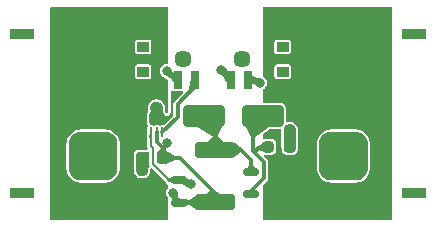
<source format=gtl>
G04 #@! TF.GenerationSoftware,KiCad,Pcbnew,8.0.1*
G04 #@! TF.CreationDate,2025-04-04T09:34:18-04:00*
G04 #@! TF.ProjectId,LVC_Custom,4c56435f-4375-4737-946f-6d2e6b696361,rev?*
G04 #@! TF.SameCoordinates,Original*
G04 #@! TF.FileFunction,Copper,L1,Top*
G04 #@! TF.FilePolarity,Positive*
%FSLAX46Y46*%
G04 Gerber Fmt 4.6, Leading zero omitted, Abs format (unit mm)*
G04 Created by KiCad (PCBNEW 8.0.1) date 2025-04-04 09:34:18*
%MOMM*%
%LPD*%
G01*
G04 APERTURE LIST*
G04 Aperture macros list*
%AMRoundRect*
0 Rectangle with rounded corners*
0 $1 Rounding radius*
0 $2 $3 $4 $5 $6 $7 $8 $9 X,Y pos of 4 corners*
0 Add a 4 corners polygon primitive as box body*
4,1,4,$2,$3,$4,$5,$6,$7,$8,$9,$2,$3,0*
0 Add four circle primitives for the rounded corners*
1,1,$1+$1,$2,$3*
1,1,$1+$1,$4,$5*
1,1,$1+$1,$6,$7*
1,1,$1+$1,$8,$9*
0 Add four rect primitives between the rounded corners*
20,1,$1+$1,$2,$3,$4,$5,0*
20,1,$1+$1,$4,$5,$6,$7,0*
20,1,$1+$1,$6,$7,$8,$9,0*
20,1,$1+$1,$8,$9,$2,$3,0*%
G04 Aperture macros list end*
G04 #@! TA.AperFunction,SMDPad,CuDef*
%ADD10RoundRect,0.150000X-0.512500X-0.150000X0.512500X-0.150000X0.512500X0.150000X-0.512500X0.150000X0*%
G04 #@! TD*
G04 #@! TA.AperFunction,SMDPad,CuDef*
%ADD11R,0.711200X1.498600*%
G04 #@! TD*
G04 #@! TA.AperFunction,SMDPad,CuDef*
%ADD12R,0.990600X0.812800*%
G04 #@! TD*
G04 #@! TA.AperFunction,ComponentPad*
%ADD13C,1.447800*%
G04 #@! TD*
G04 #@! TA.AperFunction,SMDPad,CuDef*
%ADD14RoundRect,0.062500X0.062500X-0.325000X0.062500X0.325000X-0.062500X0.325000X-0.062500X-0.325000X0*%
G04 #@! TD*
G04 #@! TA.AperFunction,SMDPad,CuDef*
%ADD15RoundRect,0.250000X0.400000X-0.250000X0.400000X0.250000X-0.400000X0.250000X-0.400000X-0.250000X0*%
G04 #@! TD*
G04 #@! TA.AperFunction,SMDPad,CuDef*
%ADD16RoundRect,0.250000X-1.450000X0.400000X-1.450000X-0.400000X1.450000X-0.400000X1.450000X0.400000X0*%
G04 #@! TD*
G04 #@! TA.AperFunction,SMDPad,CuDef*
%ADD17RoundRect,0.150000X0.512500X0.150000X-0.512500X0.150000X-0.512500X-0.150000X0.512500X-0.150000X0*%
G04 #@! TD*
G04 #@! TA.AperFunction,SMDPad,CuDef*
%ADD18RoundRect,0.250000X-1.500000X-0.650000X1.500000X-0.650000X1.500000X0.650000X-1.500000X0.650000X0*%
G04 #@! TD*
G04 #@! TA.AperFunction,SMDPad,CuDef*
%ADD19RoundRect,0.237500X0.250000X0.237500X-0.250000X0.237500X-0.250000X-0.237500X0.250000X-0.237500X0*%
G04 #@! TD*
G04 #@! TA.AperFunction,SMDPad,CuDef*
%ADD20RoundRect,0.237500X-0.300000X-0.237500X0.300000X-0.237500X0.300000X0.237500X-0.300000X0.237500X0*%
G04 #@! TD*
G04 #@! TA.AperFunction,ComponentPad*
%ADD21R,2.000000X0.900000*%
G04 #@! TD*
G04 #@! TA.AperFunction,ComponentPad*
%ADD22RoundRect,1.025000X-1.025000X1.025000X-1.025000X-1.025000X1.025000X-1.025000X1.025000X1.025000X0*%
G04 #@! TD*
G04 #@! TA.AperFunction,ComponentPad*
%ADD23C,4.100000*%
G04 #@! TD*
G04 #@! TA.AperFunction,ComponentPad*
%ADD24RoundRect,1.025000X1.025000X-1.025000X1.025000X1.025000X-1.025000X1.025000X-1.025000X-1.025000X0*%
G04 #@! TD*
G04 #@! TA.AperFunction,ViaPad*
%ADD25C,0.800000*%
G04 #@! TD*
G04 #@! TA.AperFunction,Conductor*
%ADD26C,1.000000*%
G04 #@! TD*
G04 #@! TA.AperFunction,Conductor*
%ADD27C,0.300000*%
G04 #@! TD*
G04 #@! TA.AperFunction,Conductor*
%ADD28C,0.200000*%
G04 #@! TD*
G04 APERTURE END LIST*
D10*
X146025000Y-118950000D03*
X146025000Y-120850000D03*
X148300000Y-119900000D03*
D11*
X145799999Y-111151900D03*
X144300000Y-111151900D03*
X141300000Y-111151900D03*
X139800001Y-111151900D03*
D12*
X148699998Y-110451899D03*
X136900002Y-110451899D03*
X148699998Y-108351900D03*
X136900002Y-108351900D03*
D13*
X145300000Y-109401840D03*
X140300000Y-109401840D03*
D14*
X137525000Y-115583900D03*
X138025000Y-115583900D03*
X138525000Y-115583900D03*
D15*
X138025000Y-114421400D03*
D16*
X143000000Y-117075000D03*
X143000000Y-121525000D03*
D17*
X139937500Y-121550000D03*
X139937500Y-119650000D03*
X137662500Y-120600000D03*
D18*
X142000000Y-114200000D03*
X147000000Y-114200000D03*
D19*
X149300000Y-116800000D03*
X147475000Y-116800000D03*
D20*
X136837500Y-117750000D03*
X138562500Y-117750000D03*
D21*
X126650000Y-107250000D03*
X126650000Y-120750000D03*
D22*
X132650000Y-117600000D03*
D23*
X132650000Y-110400000D03*
D21*
X159850000Y-120750000D03*
X159850000Y-107250000D03*
D24*
X153850000Y-117600000D03*
D23*
X153850000Y-110400000D03*
D25*
X149300000Y-115400000D03*
X138000000Y-113500000D03*
X136800000Y-118800000D03*
X138900000Y-110400000D03*
X139400000Y-120700000D03*
X138900000Y-116500000D03*
X143500000Y-110300000D03*
X146800000Y-111400000D03*
X140900000Y-120000000D03*
D26*
X138025000Y-114421400D02*
X138025000Y-113525000D01*
X136800000Y-118800000D02*
X136800000Y-117787500D01*
X136800000Y-117787500D02*
X136837500Y-117750000D01*
X149300000Y-115400000D02*
X149300000Y-116800000D01*
X138025000Y-113525000D02*
X138000000Y-113500000D01*
D27*
X139651900Y-111151900D02*
X139800001Y-111151900D01*
X138900000Y-110400000D02*
X139651900Y-111151900D01*
X138025000Y-115583900D02*
X138025000Y-116375000D01*
X140000000Y-117750000D02*
X143000000Y-120750000D01*
X138025000Y-116375000D02*
X138600000Y-116950000D01*
X138562500Y-117750000D02*
X140000000Y-117750000D01*
X139400000Y-120700000D02*
X139400000Y-121012500D01*
X138600000Y-117712500D02*
X138562500Y-117750000D01*
X139962500Y-121525000D02*
X143000000Y-121525000D01*
X138900000Y-116650000D02*
X138600000Y-116950000D01*
X139400000Y-121012500D02*
X139937500Y-121550000D01*
X138600000Y-116950000D02*
X138600000Y-117712500D01*
X143000000Y-120750000D02*
X143000000Y-121525000D01*
X138900000Y-116500000D02*
X138900000Y-116650000D01*
X139937500Y-121550000D02*
X139962500Y-121525000D01*
X143000000Y-115200000D02*
X142000000Y-114200000D01*
X145200000Y-117075000D02*
X143000000Y-117075000D01*
X146025000Y-117900000D02*
X146025000Y-118950000D01*
X146025000Y-117900000D02*
X145200000Y-117075000D01*
X143000000Y-117075000D02*
X143000000Y-115200000D01*
X146200000Y-117200000D02*
X146200000Y-115000000D01*
X146200000Y-115000000D02*
X147000000Y-114200000D01*
X147100000Y-119500000D02*
X147100000Y-118100000D01*
X146800000Y-116800000D02*
X147475000Y-116800000D01*
X146300000Y-117300000D02*
X146800000Y-116800000D01*
X146025000Y-120575000D02*
X147100000Y-119500000D01*
X146025000Y-120850000D02*
X146025000Y-120575000D01*
X147100000Y-118100000D02*
X146300000Y-117300000D01*
X146300000Y-117300000D02*
X146200000Y-117200000D01*
X143500000Y-110300000D02*
X143500000Y-110351900D01*
X143500000Y-110351900D02*
X144300000Y-111151900D01*
X146551900Y-111151900D02*
X146800000Y-111400000D01*
X145799999Y-111151900D02*
X146551900Y-111151900D01*
X140900000Y-120000000D02*
X140550000Y-119650000D01*
D28*
X137525000Y-116775000D02*
X137525000Y-115583900D01*
X137693784Y-116943784D02*
X137525000Y-116775000D01*
D27*
X139937500Y-119650000D02*
X139087568Y-119650000D01*
D28*
X137693784Y-118256216D02*
X137693784Y-116943784D01*
X139087568Y-119650000D02*
X137693784Y-118256216D01*
D27*
X140550000Y-119650000D02*
X139937500Y-119650000D01*
X139800000Y-114308900D02*
X138525000Y-115583900D01*
X139800000Y-113200000D02*
X139800000Y-114308900D01*
X141300000Y-111151900D02*
X141300000Y-111700000D01*
X141300000Y-111700000D02*
X139800000Y-113200000D01*
G04 #@! TA.AperFunction,Conductor*
G36*
X138959191Y-105018907D02*
G01*
X138995155Y-105068407D01*
X139000000Y-105099000D01*
X139000000Y-109695318D01*
X138981093Y-109753509D01*
X138931593Y-109789473D01*
X138906431Y-109793457D01*
X138906433Y-109793471D01*
X138905930Y-109793537D01*
X138901000Y-109794318D01*
X138899999Y-109794318D01*
X138743241Y-109814955D01*
X138743233Y-109814957D01*
X138597161Y-109875462D01*
X138597160Y-109875462D01*
X138471723Y-109971713D01*
X138471713Y-109971723D01*
X138375462Y-110097160D01*
X138375462Y-110097161D01*
X138314957Y-110243233D01*
X138314955Y-110243241D01*
X138294318Y-110399999D01*
X138294318Y-110400000D01*
X138314955Y-110556758D01*
X138314957Y-110556766D01*
X138375462Y-110702838D01*
X138375462Y-110702839D01*
X138375464Y-110702841D01*
X138471718Y-110828282D01*
X138471722Y-110828285D01*
X138471723Y-110828286D01*
X138597157Y-110924535D01*
X138597158Y-110924535D01*
X138597159Y-110924536D01*
X138613350Y-110931242D01*
X138637621Y-110941296D01*
X138660009Y-110954222D01*
X138665828Y-110958688D01*
X138944793Y-111096282D01*
X138988617Y-111138979D01*
X139000000Y-111185069D01*
X139000000Y-113890992D01*
X138981093Y-113949183D01*
X138931593Y-113985147D01*
X138870407Y-113985147D01*
X138821345Y-113949780D01*
X138744845Y-113846126D01*
X138725503Y-113788078D01*
X138725500Y-113787338D01*
X138725500Y-113456008D01*
X138725499Y-113456004D01*
X138698580Y-113320672D01*
X138645775Y-113193189D01*
X138645774Y-113193187D01*
X138645771Y-113193182D01*
X138569114Y-113078458D01*
X138540156Y-113049500D01*
X138540156Y-113049499D01*
X138540155Y-113049499D01*
X138446548Y-112955891D01*
X138446547Y-112955890D01*
X138446543Y-112955886D01*
X138331811Y-112879225D01*
X138331812Y-112879225D01*
X138331810Y-112879224D01*
X138204328Y-112826420D01*
X138068996Y-112799500D01*
X138068994Y-112799500D01*
X137931006Y-112799500D01*
X137931003Y-112799500D01*
X137795672Y-112826420D01*
X137795670Y-112826420D01*
X137668191Y-112879223D01*
X137553460Y-112955883D01*
X137455883Y-113053460D01*
X137379223Y-113168191D01*
X137326420Y-113295670D01*
X137326420Y-113295672D01*
X137299500Y-113431003D01*
X137299500Y-113568996D01*
X137322598Y-113685113D01*
X137324500Y-113704427D01*
X137324500Y-113787338D01*
X137305593Y-113845529D01*
X137305155Y-113846126D01*
X137222207Y-113958516D01*
X137177355Y-114086696D01*
X137177353Y-114086705D01*
X137174500Y-114117125D01*
X137174500Y-114725674D01*
X137177353Y-114756094D01*
X137177355Y-114756103D01*
X137222206Y-114884281D01*
X137272384Y-114952270D01*
X137291725Y-115010318D01*
X137275044Y-115066058D01*
X137214762Y-115156277D01*
X137214759Y-115156286D01*
X137199501Y-115232988D01*
X137199500Y-115233000D01*
X137199500Y-115859873D01*
X137197171Y-115879082D01*
X137197514Y-115879145D01*
X137196966Y-115882170D01*
X137196293Y-115887906D01*
X137196695Y-115938999D01*
X137196695Y-115939006D01*
X137196696Y-115939009D01*
X137200530Y-115967761D01*
X137219949Y-116113406D01*
X137219950Y-116113409D01*
X137220201Y-116114232D01*
X137220356Y-116115277D01*
X137220808Y-116117352D01*
X137220670Y-116117381D01*
X137224500Y-116143088D01*
X137224500Y-116814564D01*
X137244978Y-116890988D01*
X137258267Y-116914004D01*
X137258268Y-116914007D01*
X137265193Y-116926002D01*
X137277913Y-116985850D01*
X137253026Y-117041745D01*
X137200037Y-117072337D01*
X137179456Y-117074500D01*
X137041928Y-117074500D01*
X137022614Y-117072598D01*
X136906496Y-117049500D01*
X136906494Y-117049500D01*
X136768506Y-117049500D01*
X136768503Y-117049500D01*
X136652386Y-117072598D01*
X136633072Y-117074500D01*
X136484733Y-117074500D01*
X136455155Y-117077274D01*
X136455147Y-117077276D01*
X136330523Y-117120884D01*
X136224293Y-117199285D01*
X136224285Y-117199293D01*
X136145884Y-117305523D01*
X136102276Y-117430147D01*
X136102274Y-117430155D01*
X136099500Y-117459733D01*
X136099500Y-118868995D01*
X136126420Y-119004327D01*
X136126420Y-119004329D01*
X136179222Y-119131806D01*
X136179228Y-119131817D01*
X136255885Y-119246541D01*
X136353458Y-119344114D01*
X136468182Y-119420771D01*
X136468193Y-119420777D01*
X136502019Y-119434788D01*
X136595672Y-119473580D01*
X136731007Y-119500500D01*
X136731008Y-119500500D01*
X136868992Y-119500500D01*
X136868993Y-119500500D01*
X137004328Y-119473580D01*
X137131811Y-119420775D01*
X137246542Y-119344114D01*
X137344114Y-119246542D01*
X137420775Y-119131811D01*
X137473580Y-119004328D01*
X137500500Y-118868993D01*
X137500500Y-118726911D01*
X137519407Y-118668720D01*
X137568907Y-118632756D01*
X137630093Y-118632756D01*
X137669504Y-118656907D01*
X138728679Y-119716082D01*
X138754301Y-119760461D01*
X138760954Y-119785288D01*
X138792717Y-119840303D01*
X138807099Y-119865212D01*
X138872356Y-119930469D01*
X138872358Y-119930470D01*
X138950501Y-119975587D01*
X138991441Y-120021057D01*
X139000000Y-120061323D01*
X139000000Y-120202429D01*
X138981093Y-120260620D01*
X138972630Y-120270528D01*
X138875462Y-120397160D01*
X138875462Y-120397161D01*
X138814957Y-120543233D01*
X138814955Y-120543241D01*
X138794318Y-120699999D01*
X138794318Y-120700000D01*
X138814955Y-120856758D01*
X138814957Y-120856766D01*
X138875462Y-121002838D01*
X138875462Y-121002839D01*
X138975668Y-121133430D01*
X138974462Y-121134354D01*
X138998781Y-121182084D01*
X139000000Y-121197571D01*
X139000000Y-122901000D01*
X138981093Y-122959191D01*
X138931593Y-122995155D01*
X138901000Y-123000000D01*
X129099000Y-123000000D01*
X129040809Y-122981093D01*
X129004845Y-122931593D01*
X129000000Y-122901000D01*
X129000000Y-118687926D01*
X130399500Y-118687926D01*
X130409696Y-118817487D01*
X130463594Y-119031389D01*
X130463597Y-119031396D01*
X130554819Y-119232230D01*
X130554824Y-119232240D01*
X130680446Y-119413563D01*
X130680449Y-119413567D01*
X130836433Y-119569551D01*
X130836436Y-119569553D01*
X131017759Y-119695175D01*
X131017769Y-119695180D01*
X131063787Y-119716082D01*
X131218607Y-119786404D01*
X131218608Y-119786404D01*
X131218610Y-119786405D01*
X131325561Y-119813354D01*
X131432515Y-119840304D01*
X131562067Y-119850500D01*
X133737932Y-119850499D01*
X133867485Y-119840304D01*
X134081393Y-119786404D01*
X134282239Y-119695176D01*
X134463567Y-119569551D01*
X134619551Y-119413567D01*
X134745176Y-119232239D01*
X134836404Y-119031393D01*
X134890304Y-118817485D01*
X134900500Y-118687933D01*
X134900499Y-116512068D01*
X134890304Y-116382515D01*
X134863354Y-116275561D01*
X134836405Y-116168610D01*
X134836402Y-116168603D01*
X134834626Y-116164694D01*
X134745176Y-115967761D01*
X134725256Y-115939009D01*
X134619553Y-115786436D01*
X134619551Y-115786433D01*
X134463567Y-115630449D01*
X134463563Y-115630446D01*
X134282240Y-115504824D01*
X134282230Y-115504819D01*
X134081396Y-115413597D01*
X134081389Y-115413594D01*
X133867487Y-115359696D01*
X133838695Y-115357430D01*
X133737933Y-115349500D01*
X133737926Y-115349500D01*
X131562073Y-115349500D01*
X131432512Y-115359696D01*
X131218610Y-115413594D01*
X131218603Y-115413597D01*
X131017769Y-115504819D01*
X131017759Y-115504824D01*
X130836436Y-115630446D01*
X130680446Y-115786436D01*
X130554824Y-115967759D01*
X130554819Y-115967769D01*
X130463597Y-116168603D01*
X130463594Y-116168610D01*
X130409696Y-116382512D01*
X130399500Y-116512073D01*
X130399500Y-118687926D01*
X129000000Y-118687926D01*
X129000000Y-110878045D01*
X136204202Y-110878045D01*
X136204203Y-110878057D01*
X136215834Y-110936526D01*
X136215836Y-110936532D01*
X136260147Y-111002847D01*
X136260150Y-111002851D01*
X136326471Y-111047166D01*
X136370933Y-111056010D01*
X136384943Y-111058797D01*
X136384948Y-111058797D01*
X136384954Y-111058799D01*
X136384955Y-111058799D01*
X137415049Y-111058799D01*
X137415050Y-111058799D01*
X137473533Y-111047166D01*
X137539854Y-111002851D01*
X137584169Y-110936530D01*
X137595802Y-110878047D01*
X137595802Y-110025751D01*
X137584169Y-109967268D01*
X137539854Y-109900947D01*
X137501714Y-109875462D01*
X137473535Y-109856633D01*
X137473533Y-109856632D01*
X137473530Y-109856631D01*
X137473529Y-109856631D01*
X137415060Y-109845000D01*
X137415050Y-109844999D01*
X136384954Y-109844999D01*
X136384953Y-109844999D01*
X136384943Y-109845000D01*
X136326474Y-109856631D01*
X136326468Y-109856633D01*
X136260153Y-109900944D01*
X136260147Y-109900950D01*
X136215836Y-109967265D01*
X136215834Y-109967271D01*
X136204203Y-110025740D01*
X136204202Y-110025752D01*
X136204202Y-110878045D01*
X129000000Y-110878045D01*
X129000000Y-108778046D01*
X136204202Y-108778046D01*
X136204203Y-108778058D01*
X136215834Y-108836527D01*
X136215835Y-108836531D01*
X136260150Y-108902852D01*
X136326471Y-108947167D01*
X136370933Y-108956011D01*
X136384943Y-108958798D01*
X136384948Y-108958798D01*
X136384954Y-108958800D01*
X136384955Y-108958800D01*
X137415049Y-108958800D01*
X137415050Y-108958800D01*
X137473533Y-108947167D01*
X137539854Y-108902852D01*
X137584169Y-108836531D01*
X137595802Y-108778048D01*
X137595802Y-107925752D01*
X137584169Y-107867269D01*
X137539854Y-107800948D01*
X137539850Y-107800945D01*
X137473535Y-107756634D01*
X137473533Y-107756633D01*
X137473530Y-107756632D01*
X137473529Y-107756632D01*
X137415060Y-107745001D01*
X137415050Y-107745000D01*
X136384954Y-107745000D01*
X136384953Y-107745000D01*
X136384943Y-107745001D01*
X136326474Y-107756632D01*
X136326468Y-107756634D01*
X136260153Y-107800945D01*
X136260147Y-107800951D01*
X136215836Y-107867266D01*
X136215834Y-107867272D01*
X136204203Y-107925741D01*
X136204202Y-107925753D01*
X136204202Y-108778046D01*
X129000000Y-108778046D01*
X129000000Y-105099000D01*
X129018907Y-105040809D01*
X129068407Y-105004845D01*
X129099000Y-105000000D01*
X138901000Y-105000000D01*
X138959191Y-105018907D01*
G37*
G04 #@! TD.AperFunction*
G04 #@! TA.AperFunction,Conductor*
G36*
X157959191Y-105018907D02*
G01*
X157995155Y-105068407D01*
X158000000Y-105099000D01*
X158000000Y-122901000D01*
X157981093Y-122959191D01*
X157931593Y-122995155D01*
X157901000Y-123000000D01*
X147099000Y-123000000D01*
X147040809Y-122981093D01*
X147004845Y-122931593D01*
X147000000Y-122901000D01*
X147000000Y-120136689D01*
X147018907Y-120078498D01*
X147028990Y-120066691D01*
X147380470Y-119715212D01*
X147426614Y-119635288D01*
X147450500Y-119546143D01*
X147450500Y-119453856D01*
X147450500Y-118687926D01*
X151599500Y-118687926D01*
X151609696Y-118817487D01*
X151663594Y-119031389D01*
X151663597Y-119031396D01*
X151754819Y-119232230D01*
X151754824Y-119232240D01*
X151839747Y-119354818D01*
X151880449Y-119413567D01*
X152036433Y-119569551D01*
X152036436Y-119569553D01*
X152217759Y-119695175D01*
X152217769Y-119695180D01*
X152351658Y-119755994D01*
X152418607Y-119786404D01*
X152418608Y-119786404D01*
X152418610Y-119786405D01*
X152525561Y-119813354D01*
X152632515Y-119840304D01*
X152762067Y-119850500D01*
X154937932Y-119850499D01*
X155067485Y-119840304D01*
X155281393Y-119786404D01*
X155482239Y-119695176D01*
X155663567Y-119569551D01*
X155819551Y-119413567D01*
X155945176Y-119232239D01*
X156036404Y-119031393D01*
X156090304Y-118817485D01*
X156100500Y-118687933D01*
X156100499Y-116512068D01*
X156090304Y-116382515D01*
X156036404Y-116168607D01*
X155945176Y-115967761D01*
X155819551Y-115786433D01*
X155663567Y-115630449D01*
X155663563Y-115630446D01*
X155482240Y-115504824D01*
X155482230Y-115504819D01*
X155281396Y-115413597D01*
X155281389Y-115413594D01*
X155067487Y-115359696D01*
X155038695Y-115357430D01*
X154937933Y-115349500D01*
X154937926Y-115349500D01*
X152762073Y-115349500D01*
X152632512Y-115359696D01*
X152418610Y-115413594D01*
X152418603Y-115413597D01*
X152217769Y-115504819D01*
X152217759Y-115504824D01*
X152036436Y-115630446D01*
X151880446Y-115786436D01*
X151754824Y-115967759D01*
X151754819Y-115967769D01*
X151663597Y-116168603D01*
X151663594Y-116168610D01*
X151609696Y-116382512D01*
X151609696Y-116382515D01*
X151599684Y-116509738D01*
X151599500Y-116512073D01*
X151599500Y-118687926D01*
X147450500Y-118687926D01*
X147450500Y-118053856D01*
X147426614Y-117964712D01*
X147380470Y-117884788D01*
X147380467Y-117884785D01*
X147140186Y-117644503D01*
X147112409Y-117589987D01*
X147121980Y-117529555D01*
X147165245Y-117486290D01*
X147210190Y-117475500D01*
X147777762Y-117475500D01*
X147777765Y-117475499D01*
X147807349Y-117472725D01*
X147931975Y-117429116D01*
X148038211Y-117350711D01*
X148116616Y-117244475D01*
X148160225Y-117119849D01*
X148163000Y-117090256D01*
X148163000Y-116509744D01*
X148163000Y-116509738D01*
X148162999Y-116509733D01*
X148160225Y-116480155D01*
X148160225Y-116480151D01*
X148116616Y-116355525D01*
X148038211Y-116249289D01*
X148038206Y-116249285D01*
X147931976Y-116170884D01*
X147807352Y-116127276D01*
X147807351Y-116127275D01*
X147807349Y-116127275D01*
X147807347Y-116127274D01*
X147807344Y-116127274D01*
X147777766Y-116124500D01*
X147777756Y-116124500D01*
X147172244Y-116124500D01*
X147172233Y-116124500D01*
X147142655Y-116127274D01*
X147142648Y-116127275D01*
X147131696Y-116131108D01*
X147070526Y-116132480D01*
X147020232Y-116097635D01*
X147000025Y-116039883D01*
X147000000Y-116037663D01*
X147000000Y-115830802D01*
X147018907Y-115772611D01*
X147040676Y-115750807D01*
X147632320Y-115319500D01*
X147690480Y-115300500D01*
X148500500Y-115300500D01*
X148558691Y-115319407D01*
X148594655Y-115368907D01*
X148599500Y-115399500D01*
X148599500Y-116868995D01*
X148610098Y-116922272D01*
X148612000Y-116941586D01*
X148612000Y-117090266D01*
X148614774Y-117119844D01*
X148614776Y-117119852D01*
X148658384Y-117244476D01*
X148665307Y-117253856D01*
X148736789Y-117350711D01*
X148736792Y-117350713D01*
X148736793Y-117350714D01*
X148843023Y-117429115D01*
X148843024Y-117429115D01*
X148843025Y-117429116D01*
X148967651Y-117472725D01*
X148994941Y-117475284D01*
X148997233Y-117475499D01*
X148997238Y-117475500D01*
X148997244Y-117475500D01*
X149095572Y-117475500D01*
X149114885Y-117477401D01*
X149231007Y-117500500D01*
X149231008Y-117500500D01*
X149368992Y-117500500D01*
X149368993Y-117500500D01*
X149485114Y-117477401D01*
X149504428Y-117475500D01*
X149602762Y-117475500D01*
X149602765Y-117475499D01*
X149632349Y-117472725D01*
X149756975Y-117429116D01*
X149863211Y-117350711D01*
X149941616Y-117244475D01*
X149985225Y-117119849D01*
X149988000Y-117090256D01*
X149988000Y-116941586D01*
X149989902Y-116922272D01*
X150000500Y-116868993D01*
X150000500Y-115331007D01*
X149973580Y-115195672D01*
X149920775Y-115068189D01*
X149920774Y-115068187D01*
X149920771Y-115068182D01*
X149844114Y-114953458D01*
X149746541Y-114855885D01*
X149631817Y-114779228D01*
X149631806Y-114779222D01*
X149504328Y-114726420D01*
X149368995Y-114699500D01*
X149368993Y-114699500D01*
X149231007Y-114699500D01*
X149231004Y-114699500D01*
X149095673Y-114726419D01*
X149087382Y-114729854D01*
X149026385Y-114734652D01*
X148974217Y-114702680D01*
X148950805Y-114646151D01*
X148950500Y-114638388D01*
X148950500Y-113495727D01*
X148950499Y-113495725D01*
X148947646Y-113465305D01*
X148947646Y-113465301D01*
X148902793Y-113337118D01*
X148822150Y-113227850D01*
X148822146Y-113227847D01*
X148822144Y-113227845D01*
X148712883Y-113147207D01*
X148584703Y-113102355D01*
X148584694Y-113102353D01*
X148554274Y-113099500D01*
X148554266Y-113099500D01*
X147099000Y-113099500D01*
X147040809Y-113080593D01*
X147004845Y-113031093D01*
X147000000Y-113000500D01*
X147000000Y-112033283D01*
X147018907Y-111975092D01*
X147061110Y-111941821D01*
X147102841Y-111924536D01*
X147228282Y-111828282D01*
X147324536Y-111702841D01*
X147385044Y-111556762D01*
X147405682Y-111400000D01*
X147385044Y-111243238D01*
X147324537Y-111097161D01*
X147324537Y-111097160D01*
X147228286Y-110971723D01*
X147228285Y-110971722D01*
X147228282Y-110971718D01*
X147228277Y-110971714D01*
X147228276Y-110971713D01*
X147106206Y-110878045D01*
X148004198Y-110878045D01*
X148004199Y-110878057D01*
X148015830Y-110936526D01*
X148015832Y-110936532D01*
X148060143Y-111002847D01*
X148060146Y-111002851D01*
X148126467Y-111047166D01*
X148170929Y-111056010D01*
X148184939Y-111058797D01*
X148184944Y-111058797D01*
X148184950Y-111058799D01*
X148184951Y-111058799D01*
X149215045Y-111058799D01*
X149215046Y-111058799D01*
X149273529Y-111047166D01*
X149339850Y-111002851D01*
X149384165Y-110936530D01*
X149395798Y-110878047D01*
X149395798Y-110025751D01*
X149384165Y-109967268D01*
X149339850Y-109900947D01*
X149339846Y-109900944D01*
X149273531Y-109856633D01*
X149273529Y-109856632D01*
X149273526Y-109856631D01*
X149273525Y-109856631D01*
X149215056Y-109845000D01*
X149215046Y-109844999D01*
X148184950Y-109844999D01*
X148184949Y-109844999D01*
X148184939Y-109845000D01*
X148126470Y-109856631D01*
X148126464Y-109856633D01*
X148060149Y-109900944D01*
X148060143Y-109900950D01*
X148015832Y-109967265D01*
X148015830Y-109967271D01*
X148004199Y-110025740D01*
X148004198Y-110025752D01*
X148004198Y-110878045D01*
X147106206Y-110878045D01*
X147102842Y-110875464D01*
X147102836Y-110875461D01*
X147061113Y-110858178D01*
X147014588Y-110818441D01*
X147000000Y-110766715D01*
X147000000Y-108778046D01*
X148004198Y-108778046D01*
X148004199Y-108778058D01*
X148015830Y-108836527D01*
X148015831Y-108836531D01*
X148060146Y-108902852D01*
X148126467Y-108947167D01*
X148170929Y-108956011D01*
X148184939Y-108958798D01*
X148184944Y-108958798D01*
X148184950Y-108958800D01*
X148184951Y-108958800D01*
X149215045Y-108958800D01*
X149215046Y-108958800D01*
X149273529Y-108947167D01*
X149339850Y-108902852D01*
X149384165Y-108836531D01*
X149395798Y-108778048D01*
X149395798Y-107925752D01*
X149384165Y-107867269D01*
X149339850Y-107800948D01*
X149339846Y-107800945D01*
X149273531Y-107756634D01*
X149273529Y-107756633D01*
X149273526Y-107756632D01*
X149273525Y-107756632D01*
X149215056Y-107745001D01*
X149215046Y-107745000D01*
X148184950Y-107745000D01*
X148184949Y-107745000D01*
X148184939Y-107745001D01*
X148126470Y-107756632D01*
X148126464Y-107756634D01*
X148060149Y-107800945D01*
X148060143Y-107800951D01*
X148015832Y-107867266D01*
X148015830Y-107867272D01*
X148004199Y-107925741D01*
X148004198Y-107925753D01*
X148004198Y-108778046D01*
X147000000Y-108778046D01*
X147000000Y-105099000D01*
X147018907Y-105040809D01*
X147068407Y-105004845D01*
X147099000Y-105000000D01*
X157901000Y-105000000D01*
X157959191Y-105018907D01*
G37*
G04 #@! TD.AperFunction*
G04 #@! TA.AperFunction,Conductor*
G36*
X133733723Y-115555304D02*
G01*
X133825767Y-115562548D01*
X133842176Y-115565241D01*
X134004615Y-115606171D01*
X134021345Y-115612025D01*
X134172293Y-115680589D01*
X134187719Y-115689342D01*
X134324015Y-115783767D01*
X134337621Y-115795125D01*
X134454869Y-115912372D01*
X134466238Y-115925991D01*
X134560647Y-116062261D01*
X134569402Y-116077689D01*
X134637965Y-116228638D01*
X134643825Y-116245386D01*
X134684755Y-116407816D01*
X134687451Y-116424237D01*
X134693413Y-116500000D01*
X134694694Y-116516270D01*
X134694999Y-116524037D01*
X134694999Y-118675961D01*
X134694694Y-118683728D01*
X134687451Y-118775761D01*
X134684755Y-118792184D01*
X134643828Y-118954602D01*
X134637967Y-118971353D01*
X134569404Y-119122303D01*
X134560644Y-119137741D01*
X134466238Y-119274007D01*
X134454864Y-119287632D01*
X134337632Y-119404864D01*
X134324007Y-119416238D01*
X134187741Y-119510644D01*
X134172303Y-119519404D01*
X134021353Y-119587967D01*
X134004602Y-119593828D01*
X133842184Y-119634755D01*
X133825761Y-119637451D01*
X133733729Y-119644694D01*
X133725962Y-119644999D01*
X131574037Y-119644999D01*
X131566270Y-119644694D01*
X131474237Y-119637451D01*
X131457814Y-119634755D01*
X131295396Y-119593829D01*
X131278648Y-119587969D01*
X131127699Y-119519406D01*
X131112272Y-119510652D01*
X130975983Y-119416231D01*
X130962375Y-119404871D01*
X130845130Y-119287627D01*
X130833762Y-119274009D01*
X130811860Y-119242395D01*
X130739348Y-119137730D01*
X130730591Y-119122297D01*
X130694383Y-119042583D01*
X130662033Y-118971362D01*
X130656172Y-118954611D01*
X130615244Y-118792184D01*
X130612548Y-118775761D01*
X130605305Y-118683722D01*
X130605000Y-118675955D01*
X130605000Y-116524042D01*
X130605305Y-116516276D01*
X130612244Y-116428094D01*
X130612548Y-116424230D01*
X130615242Y-116407816D01*
X130656172Y-116245378D01*
X130662024Y-116228656D01*
X130730591Y-116077699D01*
X130739341Y-116062279D01*
X130833766Y-115925983D01*
X130845129Y-115912371D01*
X130962372Y-115795128D01*
X130975985Y-115783764D01*
X131112271Y-115689345D01*
X131127691Y-115680595D01*
X131278639Y-115612032D01*
X131295381Y-115606173D01*
X131457813Y-115565243D01*
X131474236Y-115562548D01*
X131566275Y-115555305D01*
X131574042Y-115555000D01*
X133725957Y-115555000D01*
X133733723Y-115555304D01*
G37*
G04 #@! TD.AperFunction*
G04 #@! TA.AperFunction,Conductor*
G36*
X154933723Y-115555304D02*
G01*
X155025767Y-115562548D01*
X155042176Y-115565241D01*
X155204615Y-115606171D01*
X155221345Y-115612025D01*
X155372293Y-115680589D01*
X155387719Y-115689342D01*
X155524015Y-115783767D01*
X155537621Y-115795125D01*
X155654869Y-115912372D01*
X155666238Y-115925991D01*
X155760644Y-116062257D01*
X155769404Y-116077695D01*
X155837967Y-116228645D01*
X155843828Y-116245396D01*
X155884755Y-116407814D01*
X155887451Y-116424237D01*
X155894694Y-116516270D01*
X155894999Y-116524037D01*
X155894999Y-118675961D01*
X155894694Y-118683728D01*
X155887451Y-118775761D01*
X155884755Y-118792184D01*
X155843828Y-118954602D01*
X155837967Y-118971353D01*
X155769404Y-119122303D01*
X155760644Y-119137741D01*
X155666238Y-119274007D01*
X155654864Y-119287632D01*
X155537632Y-119404864D01*
X155524007Y-119416238D01*
X155387741Y-119510644D01*
X155372303Y-119519404D01*
X155221353Y-119587967D01*
X155204602Y-119593828D01*
X155042184Y-119634755D01*
X155025761Y-119637451D01*
X154933729Y-119644694D01*
X154925962Y-119644999D01*
X152774037Y-119644999D01*
X152766270Y-119644694D01*
X152674237Y-119637451D01*
X152657814Y-119634755D01*
X152495396Y-119593829D01*
X152478648Y-119587969D01*
X152327699Y-119519406D01*
X152312272Y-119510652D01*
X152175983Y-119416231D01*
X152162375Y-119404871D01*
X152045130Y-119287627D01*
X152033762Y-119274009D01*
X152011860Y-119242395D01*
X151939348Y-119137730D01*
X151930591Y-119122297D01*
X151894383Y-119042583D01*
X151862033Y-118971362D01*
X151856172Y-118954611D01*
X151815244Y-118792184D01*
X151812548Y-118775761D01*
X151805305Y-118683722D01*
X151805000Y-118675955D01*
X151805000Y-116524043D01*
X151805305Y-116516277D01*
X151809567Y-116462116D01*
X151812548Y-116424232D01*
X151815244Y-116407811D01*
X151828906Y-116353591D01*
X151856169Y-116245396D01*
X151862024Y-116228658D01*
X151930594Y-116077695D01*
X151939347Y-116062271D01*
X152033766Y-115925983D01*
X152045129Y-115912371D01*
X152162372Y-115795128D01*
X152175985Y-115783764D01*
X152312271Y-115689345D01*
X152327691Y-115680595D01*
X152478639Y-115612032D01*
X152495381Y-115606173D01*
X152657813Y-115565243D01*
X152674236Y-115562548D01*
X152766275Y-115555305D01*
X152774042Y-115555000D01*
X154925957Y-115555000D01*
X154933723Y-115555304D01*
G37*
G04 #@! TD.AperFunction*
G04 #@! TA.AperFunction,Conductor*
G36*
X136895816Y-117256901D02*
G01*
X136982522Y-117274149D01*
X137002474Y-117277109D01*
X137021788Y-117279011D01*
X137041928Y-117280000D01*
X137041945Y-117280000D01*
X137179452Y-117280000D01*
X137179456Y-117280000D01*
X137200935Y-117278874D01*
X137221516Y-117276711D01*
X137263695Y-117263007D01*
X137324877Y-117263008D01*
X137374377Y-117298972D01*
X137393284Y-117357162D01*
X137393284Y-118295780D01*
X137413762Y-118372204D01*
X137413765Y-118372210D01*
X137417974Y-118379501D01*
X137430694Y-118439349D01*
X137405807Y-118495244D01*
X137397376Y-118503551D01*
X137370872Y-118526707D01*
X137323964Y-118605218D01*
X137323962Y-118605221D01*
X137305056Y-118663410D01*
X137295000Y-118726907D01*
X137295000Y-118839000D01*
X137293097Y-118858315D01*
X137277877Y-118934825D01*
X137272244Y-118953396D01*
X137242395Y-119025458D01*
X137233247Y-119042573D01*
X137189907Y-119107436D01*
X137177595Y-119122439D01*
X137122439Y-119177595D01*
X137107436Y-119189907D01*
X137042573Y-119233247D01*
X137025458Y-119242395D01*
X136953396Y-119272244D01*
X136934826Y-119277877D01*
X136858318Y-119293097D01*
X136839002Y-119295000D01*
X136760998Y-119295000D01*
X136741684Y-119293098D01*
X136665180Y-119277880D01*
X136646608Y-119272246D01*
X136574537Y-119242393D01*
X136557422Y-119233245D01*
X136492564Y-119189909D01*
X136477561Y-119177597D01*
X136422400Y-119122436D01*
X136410089Y-119107434D01*
X136404224Y-119098656D01*
X136366753Y-119042578D01*
X136357610Y-119025472D01*
X136327751Y-118953387D01*
X136322120Y-118934825D01*
X136306902Y-118858315D01*
X136305000Y-118839002D01*
X136305000Y-117489817D01*
X136310555Y-117457120D01*
X136324693Y-117416715D01*
X136338482Y-117390625D01*
X136362375Y-117358250D01*
X136383241Y-117337383D01*
X136415626Y-117313482D01*
X136441714Y-117299693D01*
X136482121Y-117285554D01*
X136514818Y-117280000D01*
X136633055Y-117280000D01*
X136633072Y-117280000D01*
X136653212Y-117279011D01*
X136672526Y-117277109D01*
X136692479Y-117274149D01*
X136779182Y-117256901D01*
X136798497Y-117255000D01*
X136876503Y-117255000D01*
X136895816Y-117256901D01*
G37*
G04 #@! TD.AperFunction*
G04 #@! TA.AperFunction,Conductor*
G36*
X149358317Y-114906902D02*
G01*
X149434821Y-114922119D01*
X149453392Y-114927752D01*
X149525461Y-114957604D01*
X149542569Y-114966747D01*
X149587170Y-114996549D01*
X149607433Y-115010088D01*
X149622436Y-115022400D01*
X149677598Y-115077562D01*
X149689909Y-115092564D01*
X149733240Y-115157412D01*
X149742388Y-115174527D01*
X149746024Y-115183304D01*
X149772245Y-115246607D01*
X149777878Y-115265178D01*
X149793097Y-115341683D01*
X149795000Y-115360998D01*
X149795000Y-116839000D01*
X149793098Y-116858313D01*
X149788351Y-116882174D01*
X149785392Y-116902120D01*
X149783490Y-116921427D01*
X149782500Y-116941590D01*
X149782500Y-117060180D01*
X149776944Y-117092879D01*
X149762805Y-117133284D01*
X149749016Y-117159374D01*
X149725119Y-117191753D01*
X149704253Y-117212619D01*
X149671874Y-117236516D01*
X149645784Y-117250305D01*
X149605382Y-117264443D01*
X149572684Y-117269999D01*
X149504445Y-117269999D01*
X149504427Y-117269999D01*
X149504426Y-117270000D01*
X149500400Y-117270197D01*
X149484295Y-117270988D01*
X149484279Y-117270989D01*
X149465000Y-117272887D01*
X149464989Y-117272888D01*
X149464985Y-117272889D01*
X149445021Y-117275850D01*
X149429141Y-117279009D01*
X149358314Y-117293098D01*
X149338999Y-117295000D01*
X149261000Y-117295000D01*
X149241687Y-117293098D01*
X149154977Y-117275850D01*
X149154973Y-117275849D01*
X149154971Y-117275849D01*
X149135032Y-117272891D01*
X149135005Y-117272887D01*
X149115713Y-117270989D01*
X149115711Y-117270988D01*
X149115702Y-117270988D01*
X149095572Y-117270000D01*
X149095571Y-117270000D01*
X149027318Y-117270000D01*
X148994620Y-117264444D01*
X148990513Y-117263007D01*
X148954217Y-117250306D01*
X148928127Y-117236518D01*
X148928124Y-117236516D01*
X148895749Y-117212622D01*
X148874882Y-117191754D01*
X148850980Y-117159367D01*
X148837192Y-117133278D01*
X148823056Y-117092880D01*
X148817500Y-117060182D01*
X148817500Y-116941602D01*
X148817500Y-116941586D01*
X148816511Y-116921446D01*
X148814609Y-116902132D01*
X148811649Y-116882179D01*
X148806902Y-116858313D01*
X148805000Y-116839000D01*
X148805000Y-115399506D01*
X148805000Y-115399500D01*
X148802470Y-115367356D01*
X148797625Y-115336763D01*
X148797616Y-115336706D01*
X148796853Y-115332218D01*
X148796852Y-115332213D01*
X148781702Y-115296767D01*
X148776217Y-115235828D01*
X148807599Y-115183304D01*
X148813931Y-115178215D01*
X148822150Y-115172150D01*
X148902793Y-115062882D01*
X148923692Y-115003155D01*
X148960757Y-114954476D01*
X149019357Y-114936879D01*
X149031510Y-114937904D01*
X149042500Y-114939519D01*
X149092111Y-114935616D01*
X149103499Y-114934721D01*
X149103501Y-114934720D01*
X149103589Y-114934699D01*
X149104183Y-114934556D01*
X149109683Y-114933236D01*
X149113490Y-114932400D01*
X149135763Y-114927969D01*
X149135764Y-114927970D01*
X149208657Y-114913470D01*
X149241681Y-114906902D01*
X149260994Y-114905000D01*
X149339004Y-114905000D01*
X149358317Y-114906902D01*
G37*
G04 #@! TD.AperFunction*
G04 #@! TA.AperFunction,Conductor*
G36*
X139359499Y-112085609D02*
G01*
X139366170Y-112090067D01*
X139410632Y-112098911D01*
X139424642Y-112101698D01*
X139424647Y-112101698D01*
X139424653Y-112101700D01*
X139424654Y-112101700D01*
X140163610Y-112101700D01*
X140221801Y-112120607D01*
X140257765Y-112170107D01*
X140257765Y-112231293D01*
X140233614Y-112270704D01*
X139519528Y-112984790D01*
X139475335Y-113061335D01*
X139475334Y-113061338D01*
X139473386Y-113064710D01*
X139449500Y-113153857D01*
X139449500Y-114122709D01*
X139430593Y-114180900D01*
X139420504Y-114192713D01*
X138646312Y-114966904D01*
X138591795Y-114994681D01*
X138576309Y-114995900D01*
X138436602Y-114995900D01*
X138436595Y-114995901D01*
X138359884Y-115011159D01*
X138330000Y-115031127D01*
X138271111Y-115047734D01*
X138219999Y-115031126D01*
X138190119Y-115011161D01*
X138190117Y-115011160D01*
X138190114Y-115011159D01*
X138190113Y-115011159D01*
X138113410Y-114995901D01*
X138113402Y-114995900D01*
X138113401Y-114995900D01*
X138113400Y-114995900D01*
X137936602Y-114995900D01*
X137936595Y-114995901D01*
X137859884Y-115011159D01*
X137830000Y-115031127D01*
X137771111Y-115047734D01*
X137719999Y-115031126D01*
X137690119Y-115011161D01*
X137690117Y-115011160D01*
X137690114Y-115011159D01*
X137690113Y-115011159D01*
X137613411Y-114995901D01*
X137613401Y-114995900D01*
X137613400Y-114995900D01*
X137574893Y-114995900D01*
X137516702Y-114976993D01*
X137480969Y-114928195D01*
X137480822Y-114927753D01*
X137467347Y-114887310D01*
X137437729Y-114830240D01*
X137414802Y-114799175D01*
X137401015Y-114773090D01*
X137385554Y-114728901D01*
X137380000Y-114696207D01*
X137380000Y-114146595D01*
X137385555Y-114113899D01*
X137401017Y-114069708D01*
X137414805Y-114043618D01*
X137470500Y-113968156D01*
X137470845Y-113967687D01*
X137471283Y-113967090D01*
X137501036Y-113909031D01*
X137519943Y-113850840D01*
X137529848Y-113788299D01*
X137530000Y-113787341D01*
X137530000Y-113704443D01*
X137530000Y-113704427D01*
X137529011Y-113684287D01*
X137527109Y-113664973D01*
X137524149Y-113645020D01*
X137506902Y-113558315D01*
X137505000Y-113539001D01*
X137505000Y-113460995D01*
X137506902Y-113441681D01*
X137522120Y-113365176D01*
X137527753Y-113346606D01*
X137531684Y-113337116D01*
X137557604Y-113274536D01*
X137566748Y-113257428D01*
X137610094Y-113192556D01*
X137622397Y-113177564D01*
X137677565Y-113122396D01*
X137692556Y-113110094D01*
X137757429Y-113066747D01*
X137774531Y-113057606D01*
X137846613Y-113027749D01*
X137865170Y-113022120D01*
X137914697Y-113012269D01*
X137941681Y-113006902D01*
X137960994Y-113005000D01*
X138039003Y-113005000D01*
X138058316Y-113006901D01*
X138134824Y-113022120D01*
X138153393Y-113027753D01*
X138225462Y-113057605D01*
X138242570Y-113066748D01*
X138295859Y-113102355D01*
X138307437Y-113110091D01*
X138322440Y-113122404D01*
X138402597Y-113202562D01*
X138414906Y-113217559D01*
X138458244Y-113282418D01*
X138467388Y-113299527D01*
X138482959Y-113337118D01*
X138497246Y-113371608D01*
X138502880Y-113390180D01*
X138518097Y-113466680D01*
X138519999Y-113485994D01*
X138520000Y-113787458D01*
X138520002Y-113788299D01*
X138520004Y-113788905D01*
X138520005Y-113788917D01*
X138530539Y-113853033D01*
X138530540Y-113853037D01*
X138530541Y-113853041D01*
X138549883Y-113911089D01*
X138579467Y-113968093D01*
X138579503Y-113968161D01*
X138655998Y-114071808D01*
X138655999Y-114071809D01*
X138656000Y-114071810D01*
X138701176Y-114116482D01*
X138750238Y-114151849D01*
X138750245Y-114151853D01*
X138781237Y-114170293D01*
X138781242Y-114170295D01*
X138781244Y-114170296D01*
X138870407Y-114190647D01*
X138870408Y-114190647D01*
X138931591Y-114190647D01*
X138931593Y-114190647D01*
X138931595Y-114190646D01*
X138931610Y-114190646D01*
X138951445Y-114188859D01*
X138968287Y-114187344D01*
X139052383Y-114151400D01*
X139101883Y-114115436D01*
X139129628Y-114091195D01*
X139176536Y-114012685D01*
X139195443Y-113954494D01*
X139205500Y-113890992D01*
X139205500Y-112167926D01*
X139224407Y-112109735D01*
X139273907Y-112073771D01*
X139335093Y-112073771D01*
X139359499Y-112085609D01*
G37*
G04 #@! TD.AperFunction*
G04 #@! TA.AperFunction,Conductor*
G36*
X139449442Y-110448877D02*
G01*
X139451761Y-110452052D01*
X139795478Y-111142108D01*
X139796099Y-111151041D01*
X139790221Y-111157797D01*
X139790195Y-111157810D01*
X139453568Y-111324439D01*
X139444634Y-111325038D01*
X139438680Y-111320497D01*
X139244573Y-111032764D01*
X139092282Y-110807015D01*
X139090496Y-110798240D01*
X139093706Y-110792201D01*
X139299020Y-110586888D01*
X139432898Y-110449113D01*
X139441120Y-110445569D01*
X139449442Y-110448877D01*
G37*
G04 #@! TD.AperFunction*
G04 #@! TA.AperFunction,Conductor*
G36*
X139268396Y-110251108D02*
G01*
X139274387Y-110256731D01*
X139568041Y-110852099D01*
X139568627Y-110861035D01*
X139565821Y-110865548D01*
X139365548Y-111065821D01*
X139357275Y-111069248D01*
X139352099Y-111068041D01*
X138756731Y-110774387D01*
X138750828Y-110767654D01*
X138751087Y-110759442D01*
X138897437Y-110403802D01*
X138903753Y-110397457D01*
X139259442Y-110251087D01*
X139268396Y-110251108D01*
G37*
G04 #@! TD.AperFunction*
G04 #@! TA.AperFunction,Conductor*
G36*
X138961532Y-117297100D02*
G01*
X139568481Y-117596781D01*
X139574381Y-117603516D01*
X139575000Y-117607271D01*
X139575000Y-117892728D01*
X139571573Y-117901001D01*
X139568480Y-117903219D01*
X138961533Y-118202898D01*
X138952598Y-118203488D01*
X138947472Y-118200024D01*
X138692911Y-117903219D01*
X138568031Y-117757615D01*
X138565247Y-117749106D01*
X138568031Y-117742384D01*
X138947472Y-117299974D01*
X138955459Y-117295926D01*
X138961532Y-117297100D01*
G37*
G04 #@! TD.AperFunction*
G04 #@! TA.AperFunction,Conductor*
G36*
X140891553Y-121372556D02*
G01*
X140898546Y-121378146D01*
X140900000Y-121383794D01*
X140900000Y-121667175D01*
X140896573Y-121675448D01*
X140892769Y-121677988D01*
X140517436Y-121833126D01*
X140508481Y-121833119D01*
X140507776Y-121832799D01*
X139957461Y-121560376D01*
X139951567Y-121553634D01*
X139952166Y-121544699D01*
X139957372Y-121539449D01*
X140503296Y-121263493D01*
X140511824Y-121262697D01*
X140891553Y-121372556D01*
G37*
G04 #@! TD.AperFunction*
G04 #@! TA.AperFunction,Conductor*
G36*
X141459739Y-120896237D02*
G01*
X142974445Y-121514167D01*
X142980811Y-121520465D01*
X142980859Y-121529419D01*
X142974561Y-121535785D01*
X142974445Y-121535833D01*
X141459739Y-122153762D01*
X141450785Y-122153714D01*
X141449315Y-122152971D01*
X140655695Y-121678405D01*
X140650354Y-121671218D01*
X140650000Y-121668363D01*
X140650000Y-121381636D01*
X140653427Y-121373363D01*
X140655692Y-121371596D01*
X141449315Y-120897027D01*
X141458175Y-120895724D01*
X141459739Y-120896237D01*
G37*
G04 #@! TD.AperFunction*
G04 #@! TA.AperFunction,Conductor*
G36*
X138546627Y-116353647D02*
G01*
X138572631Y-116364447D01*
X138893482Y-116497706D01*
X138899807Y-116504043D01*
X138900693Y-116508531D01*
X138900021Y-116887919D01*
X138896579Y-116896186D01*
X138888300Y-116899598D01*
X138887925Y-116899591D01*
X138345099Y-116881211D01*
X138336947Y-116877506D01*
X138333802Y-116869122D01*
X138337221Y-116861246D01*
X138530300Y-116668168D01*
X138530439Y-116364444D01*
X138533870Y-116356175D01*
X138542144Y-116352752D01*
X138546627Y-116353647D01*
G37*
G04 #@! TD.AperFunction*
G04 #@! TA.AperFunction,Conductor*
G36*
X139539264Y-120936500D02*
G01*
X140053138Y-121244824D01*
X140058469Y-121252019D01*
X140057940Y-121259304D01*
X139942390Y-121540526D01*
X139936076Y-121546876D01*
X139927790Y-121547152D01*
X139518663Y-121407551D01*
X139303289Y-121334061D01*
X139296566Y-121328147D01*
X139295472Y-121321434D01*
X139318776Y-121147850D01*
X139322097Y-121141138D01*
X139524975Y-120938260D01*
X139533247Y-120934834D01*
X139539264Y-120936500D01*
G37*
G04 #@! TD.AperFunction*
G04 #@! TA.AperFunction,Conductor*
G36*
X139789536Y-120699981D02*
G01*
X139797802Y-120703422D01*
X139801144Y-120710401D01*
X139861276Y-121256677D01*
X139858775Y-121265275D01*
X139857919Y-121266230D01*
X139657707Y-121466442D01*
X139649434Y-121469869D01*
X139641499Y-121466767D01*
X139126084Y-120991081D01*
X139122328Y-120982952D01*
X139125421Y-120974548D01*
X139125696Y-120974260D01*
X139395855Y-120702748D01*
X139404116Y-120699301D01*
X139789536Y-120699981D01*
G37*
G04 #@! TD.AperFunction*
G04 #@! TA.AperFunction,Conductor*
G36*
X138606610Y-116747803D02*
G01*
X138607968Y-116749434D01*
X138746154Y-116950000D01*
X139001711Y-117320922D01*
X139003583Y-117329679D01*
X139000130Y-117336047D01*
X138570904Y-117743401D01*
X138562544Y-117746610D01*
X138555187Y-117743756D01*
X138102765Y-117351671D01*
X138098758Y-117343663D01*
X138101037Y-117335851D01*
X138387363Y-116950678D01*
X138388468Y-116949399D01*
X138590065Y-116747802D01*
X138598337Y-116744376D01*
X138606610Y-116747803D01*
G37*
G04 #@! TD.AperFunction*
G04 #@! TA.AperFunction,Conductor*
G36*
X142743026Y-120279386D02*
G01*
X143456318Y-120861378D01*
X143464447Y-120868010D01*
X143468690Y-120875895D01*
X143466519Y-120883948D01*
X143007587Y-121516227D01*
X142999954Y-121520909D01*
X142991245Y-121518823D01*
X142117805Y-120883322D01*
X142113133Y-120875684D01*
X142115229Y-120866978D01*
X142116685Y-120865330D01*
X142522703Y-120484835D01*
X142727359Y-120280178D01*
X142735631Y-120276752D01*
X142743026Y-120279386D01*
G37*
G04 #@! TD.AperFunction*
G04 #@! TA.AperFunction,Conductor*
G36*
X142010111Y-114204851D02*
G01*
X143533278Y-115086252D01*
X143538722Y-115093362D01*
X143538077Y-115101204D01*
X143153112Y-115951704D01*
X143146579Y-115957828D01*
X143142453Y-115958579D01*
X142853356Y-115958579D01*
X142847153Y-115956799D01*
X141486464Y-115106002D01*
X141481266Y-115098711D01*
X141482548Y-115090209D01*
X141994134Y-114209101D01*
X142001250Y-114203669D01*
X142010111Y-114204851D01*
G37*
G04 #@! TD.AperFunction*
G04 #@! TA.AperFunction,Conductor*
G36*
X144630370Y-116501485D02*
G01*
X144632249Y-116502610D01*
X145401142Y-117066934D01*
X145405784Y-117074592D01*
X145403651Y-117083289D01*
X145402492Y-117084639D01*
X145200898Y-117286233D01*
X145198933Y-117287814D01*
X144550783Y-117702697D01*
X144541967Y-117704271D01*
X144540051Y-117703674D01*
X143027743Y-117085914D01*
X143021380Y-117079613D01*
X143021336Y-117070659D01*
X143027637Y-117064296D01*
X143028240Y-117064062D01*
X144621429Y-116501011D01*
X144630370Y-116501485D01*
G37*
G04 #@! TD.AperFunction*
G04 #@! TA.AperFunction,Conductor*
G36*
X146176042Y-118353427D02*
G01*
X146178234Y-118356468D01*
X146321235Y-118642471D01*
X146321870Y-118651403D01*
X146319057Y-118655962D01*
X146033287Y-118942685D01*
X146025019Y-118946126D01*
X146016741Y-118942713D01*
X146016713Y-118942685D01*
X145730942Y-118655962D01*
X145727529Y-118647684D01*
X145728764Y-118642471D01*
X145871766Y-118356468D01*
X145878531Y-118350600D01*
X145882231Y-118350000D01*
X146167769Y-118350000D01*
X146176042Y-118353427D01*
G37*
G04 #@! TD.AperFunction*
G04 #@! TA.AperFunction,Conductor*
G36*
X143152511Y-115778427D02*
G01*
X143153512Y-115779566D01*
X143643740Y-116416863D01*
X143646068Y-116425510D01*
X143642746Y-116432264D01*
X143008280Y-117067707D01*
X143000009Y-117071140D01*
X142991733Y-117067720D01*
X142991720Y-117067707D01*
X142357253Y-116432264D01*
X142353833Y-116423988D01*
X142356259Y-116416863D01*
X142846488Y-115779566D01*
X142854249Y-115775098D01*
X142855762Y-115775000D01*
X143144238Y-115775000D01*
X143152511Y-115778427D01*
G37*
G04 #@! TD.AperFunction*
G04 #@! TA.AperFunction,Conductor*
G36*
X147006367Y-114208814D02*
G01*
X147006375Y-114208826D01*
X147578543Y-115090705D01*
X147580171Y-115099510D01*
X147575620Y-115106527D01*
X146353081Y-115997754D01*
X146346189Y-116000000D01*
X146057340Y-116000000D01*
X146049067Y-115996573D01*
X146046806Y-115993392D01*
X145619467Y-115109279D01*
X145618952Y-115100339D01*
X145623621Y-115094380D01*
X145629270Y-115090705D01*
X146990182Y-114205386D01*
X146998984Y-114203748D01*
X147006367Y-114208814D01*
G37*
G04 #@! TD.AperFunction*
G04 #@! TA.AperFunction,Conductor*
G36*
X147053497Y-116418409D02*
G01*
X147410854Y-116740788D01*
X147467790Y-116792151D01*
X147471638Y-116800237D01*
X147469329Y-116807837D01*
X147139211Y-117250091D01*
X147131516Y-117254671D01*
X147126048Y-117254162D01*
X146705340Y-117110237D01*
X146700854Y-117107440D01*
X146499483Y-116906069D01*
X146496056Y-116897796D01*
X146499483Y-116889523D01*
X146500023Y-116889016D01*
X147037957Y-116418291D01*
X147046439Y-116415423D01*
X147053497Y-116418409D01*
G37*
G04 #@! TD.AperFunction*
G04 #@! TA.AperFunction,Conductor*
G36*
X146164277Y-120240013D02*
G01*
X146368198Y-120443934D01*
X146368203Y-120443938D01*
X146482257Y-120539761D01*
X146486387Y-120547706D01*
X146483689Y-120556245D01*
X146481035Y-120558575D01*
X146034175Y-120844386D01*
X146025359Y-120845957D01*
X146018015Y-120840834D01*
X146017998Y-120840809D01*
X145838513Y-120558575D01*
X145838132Y-120557976D01*
X145836585Y-120549158D01*
X145839793Y-120543366D01*
X146147794Y-120239950D01*
X146156092Y-120236586D01*
X146164277Y-120240013D01*
G37*
G04 #@! TD.AperFunction*
G04 #@! TA.AperFunction,Conductor*
G36*
X143943968Y-110406239D02*
G01*
X143948506Y-110411244D01*
X144295411Y-111141461D01*
X144295866Y-111150405D01*
X144289864Y-111157050D01*
X144289294Y-111157302D01*
X143954054Y-111295222D01*
X143945100Y-111295201D01*
X143939358Y-111290052D01*
X143591135Y-110658621D01*
X143590140Y-110649722D01*
X143593105Y-110644700D01*
X143796724Y-110441081D01*
X143802166Y-110438003D01*
X143935114Y-110404911D01*
X143943968Y-110406239D01*
G37*
G04 #@! TD.AperFunction*
G04 #@! TA.AperFunction,Conductor*
G36*
X143867837Y-110151338D02*
G01*
X143874091Y-110157534D01*
X144137524Y-110773128D01*
X144137629Y-110782082D01*
X144135041Y-110786004D01*
X143934746Y-110986299D01*
X143926473Y-110989726D01*
X143920792Y-110988254D01*
X143356027Y-110674605D01*
X143350459Y-110667593D01*
X143350887Y-110659926D01*
X143497437Y-110303802D01*
X143503753Y-110297457D01*
X143858884Y-110151317D01*
X143867837Y-110151338D01*
G37*
G04 #@! TD.AperFunction*
G04 #@! TA.AperFunction,Conductor*
G36*
X146163365Y-110800790D02*
G01*
X146505355Y-110998521D01*
X146510802Y-111005629D01*
X146511199Y-111008650D01*
X146511199Y-111295149D01*
X146507772Y-111303422D01*
X146505355Y-111305278D01*
X146163365Y-111503009D01*
X146154488Y-111504183D01*
X146149247Y-111501165D01*
X145807307Y-111160185D01*
X145803869Y-111151916D01*
X145807284Y-111143638D01*
X145807307Y-111143615D01*
X146149247Y-110802634D01*
X146157525Y-110799219D01*
X146163365Y-110800790D01*
G37*
G04 #@! TD.AperFunction*
G04 #@! TA.AperFunction,Conductor*
G36*
X146796580Y-111003436D02*
G01*
X146800029Y-111011700D01*
X146800029Y-111011702D01*
X146800987Y-111395124D01*
X146797581Y-111403405D01*
X146797546Y-111403441D01*
X146525006Y-111675021D01*
X146516726Y-111678433D01*
X146508920Y-111675429D01*
X146097816Y-111305386D01*
X146093959Y-111297304D01*
X146093943Y-111296690D01*
X146093943Y-111013568D01*
X146097370Y-111005295D01*
X146105610Y-111001868D01*
X146788299Y-111000031D01*
X146796580Y-111003436D01*
G37*
G04 #@! TD.AperFunction*
G04 #@! TA.AperFunction,Conductor*
G36*
X140603337Y-119538105D02*
G01*
X140604170Y-119538752D01*
X140908544Y-119797848D01*
X140912622Y-119805820D01*
X140909869Y-119814341D01*
X140909233Y-119815030D01*
X140709907Y-120014356D01*
X140701634Y-120017783D01*
X140700654Y-120017742D01*
X139907383Y-119951034D01*
X139899426Y-119946926D01*
X139896704Y-119938395D01*
X139896769Y-119937803D01*
X139935617Y-119657763D01*
X139940148Y-119650042D01*
X139945218Y-119647843D01*
X140594603Y-119536130D01*
X140603337Y-119538105D01*
G37*
G04 #@! TD.AperFunction*
G04 #@! TA.AperFunction,Conductor*
G36*
X140258429Y-119502054D02*
G01*
X140890091Y-119598487D01*
X140897752Y-119603123D01*
X140900025Y-119610024D01*
X140900987Y-119995124D01*
X140897581Y-120003405D01*
X140897546Y-120003441D01*
X140626570Y-120273462D01*
X140618290Y-120276874D01*
X140610023Y-120273433D01*
X140609044Y-120272317D01*
X140247407Y-119803156D01*
X140244974Y-119796013D01*
X140244974Y-119513621D01*
X140248401Y-119505348D01*
X140256674Y-119501921D01*
X140258429Y-119502054D01*
G37*
G04 #@! TD.AperFunction*
G04 #@! TA.AperFunction,Conductor*
G36*
X137535687Y-115610815D02*
G01*
X137535924Y-115611389D01*
X137648933Y-115906117D01*
X137649606Y-115911852D01*
X137626354Y-116086246D01*
X137621864Y-116093994D01*
X137614757Y-116096400D01*
X137435243Y-116096400D01*
X137426970Y-116092973D01*
X137423646Y-116086246D01*
X137400393Y-115911849D01*
X137401065Y-115906121D01*
X137514076Y-115611388D01*
X137520237Y-115604891D01*
X137529189Y-115604654D01*
X137535687Y-115610815D01*
G37*
G04 #@! TD.AperFunction*
G04 #@! TA.AperFunction,Conductor*
G36*
X139372740Y-119364025D02*
G01*
X139915026Y-119638955D01*
X139920855Y-119645751D01*
X139920170Y-119654680D01*
X139914040Y-119660268D01*
X139319244Y-119895606D01*
X139310290Y-119895464D01*
X139308343Y-119894391D01*
X138948917Y-119649070D01*
X138944016Y-119641575D01*
X138945849Y-119632810D01*
X138947235Y-119631138D01*
X139077267Y-119501106D01*
X139080483Y-119498829D01*
X139362398Y-119363905D01*
X139371339Y-119363426D01*
X139372740Y-119364025D01*
G37*
G04 #@! TD.AperFunction*
G04 #@! TA.AperFunction,Conductor*
G36*
X141292048Y-111149366D02*
G01*
X141299435Y-111154426D01*
X141301305Y-111160022D01*
X141351136Y-111895512D01*
X141348276Y-111903998D01*
X141347280Y-111905008D01*
X140961668Y-112251304D01*
X140953223Y-112254282D01*
X140945578Y-112250872D01*
X140745762Y-112051056D01*
X140742335Y-112042783D01*
X140742583Y-112040386D01*
X140770914Y-111905008D01*
X140941999Y-111087481D01*
X140947048Y-111080088D01*
X140955846Y-111078428D01*
X141292048Y-111149366D01*
G37*
G04 #@! TD.AperFunction*
M02*

</source>
